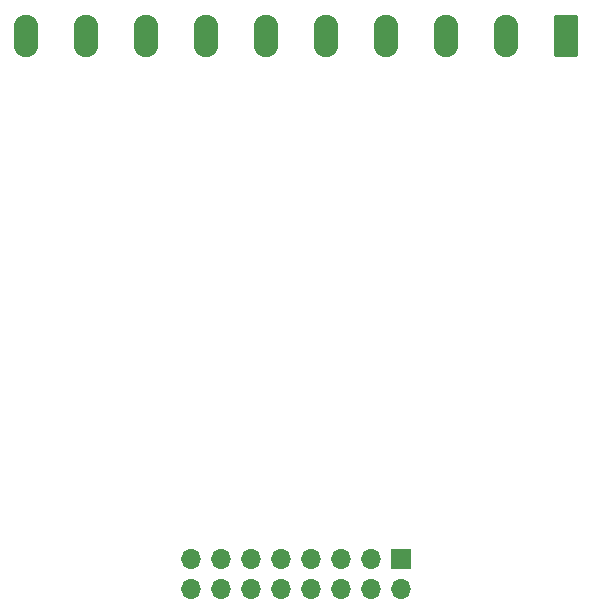
<source format=gbr>
%TF.GenerationSoftware,KiCad,Pcbnew,6.0.7+dfsg-1~bpo11+1*%
%TF.CreationDate,2022-10-12T23:41:27+02:00*%
%TF.ProjectId,rib6out_01,72696236-6f75-4745-9f30-312e6b696361,rev?*%
%TF.SameCoordinates,Original*%
%TF.FileFunction,Soldermask,Bot*%
%TF.FilePolarity,Negative*%
%FSLAX46Y46*%
G04 Gerber Fmt 4.6, Leading zero omitted, Abs format (unit mm)*
G04 Created by KiCad (PCBNEW 6.0.7+dfsg-1~bpo11+1) date 2022-10-12 23:41:27*
%MOMM*%
%LPD*%
G01*
G04 APERTURE LIST*
G04 Aperture macros list*
%AMRoundRect*
0 Rectangle with rounded corners*
0 $1 Rounding radius*
0 $2 $3 $4 $5 $6 $7 $8 $9 X,Y pos of 4 corners*
0 Add a 4 corners polygon primitive as box body*
4,1,4,$2,$3,$4,$5,$6,$7,$8,$9,$2,$3,0*
0 Add four circle primitives for the rounded corners*
1,1,$1+$1,$2,$3*
1,1,$1+$1,$4,$5*
1,1,$1+$1,$6,$7*
1,1,$1+$1,$8,$9*
0 Add four rect primitives between the rounded corners*
20,1,$1+$1,$2,$3,$4,$5,0*
20,1,$1+$1,$4,$5,$6,$7,0*
20,1,$1+$1,$6,$7,$8,$9,0*
20,1,$1+$1,$8,$9,$2,$3,0*%
G04 Aperture macros list end*
%ADD10R,1.700000X1.700000*%
%ADD11O,1.700000X1.700000*%
%ADD12RoundRect,0.249999X0.790001X1.550001X-0.790001X1.550001X-0.790001X-1.550001X0.790001X-1.550001X0*%
%ADD13O,2.080000X3.600000*%
G04 APERTURE END LIST*
D10*
%TO.C,J1*%
X161890000Y-115120000D03*
D11*
X161890000Y-117660000D03*
X159350000Y-115120000D03*
X159350000Y-117660000D03*
X156810000Y-115120000D03*
X156810000Y-117660000D03*
X154270000Y-115120000D03*
X154270000Y-117660000D03*
X151730000Y-115120000D03*
X151730000Y-117660000D03*
X149190000Y-115120000D03*
X149190000Y-117660000D03*
X146650000Y-115120000D03*
X146650000Y-117660000D03*
X144110000Y-115120000D03*
X144110000Y-117660000D03*
%TD*%
D12*
%TO.C,J2*%
X175860000Y-70777500D03*
D13*
X170780000Y-70777500D03*
X165700000Y-70777500D03*
X160620000Y-70777500D03*
X155540000Y-70777500D03*
X150460000Y-70777500D03*
X145380000Y-70777500D03*
X140300000Y-70777500D03*
X135220000Y-70777500D03*
X130140000Y-70777500D03*
%TD*%
M02*

</source>
